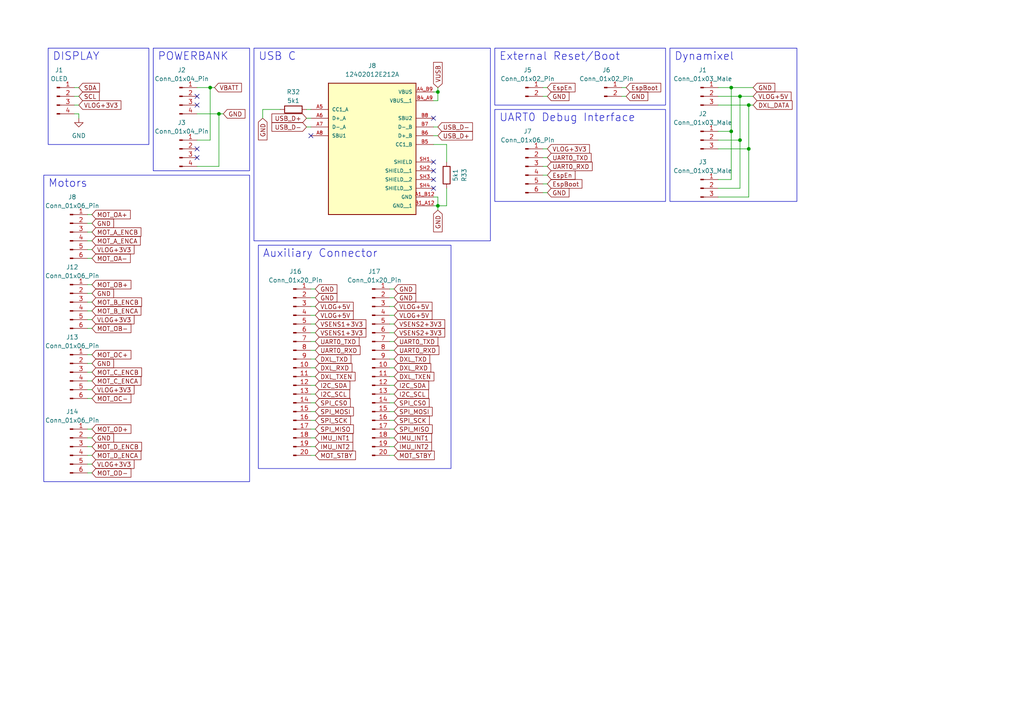
<source format=kicad_sch>
(kicad_sch (version 20230121) (generator eeschema)
  (paper "A4")
  (lib_symbols
    (symbol "12402012E212A:12402012E212A" (pin_names (offset 1.016))
      (property "Reference" "J" (at -12.7 13.462 0))
      (property "Value" "12402012E212A" (at -12.7 -26.162 0))
      (symbol "12402012E212A_0_0"
        (rectangle (start -12.7 -25.4) (end 12.7 12.7) (stroke (width 0.254)) (fill (type background)))
        (pin power_in line (at 17.78 -20.32 180) (length 5.08) (name "GND") (number "A1_B12"))
        (pin power_in line (at 17.78 10.16 180) (length 5.08) (name "VBUS") (number "A4_B9"))
        (pin bidirectional line (at -17.78 5.08 0) (length 5.08) (name "CC1_A") (number "A5"))
        (pin bidirectional line (at -17.78 2.54 0) (length 5.08) (name "D+_A") (number "A6"))
        (pin bidirectional line (at -17.78 0 0) (length 5.08) (name "D-_A") (number "A7"))
        (pin bidirectional line (at -17.78 -2.54 0) (length 5.08) (name "SBU1") (number "A8"))
        (pin power_in line (at 17.78 -22.86 180) (length 5.08) (name "GND__1") (number "B1_A12"))
        (pin power_in line (at 17.78 7.62 180) (length 5.08) (name "VBUS__1") (number "B4_A9"))
        (pin bidirectional line (at 17.78 -5.08 180) (length 5.08) (name "CC1_B") (number "B5"))
        (pin bidirectional line (at 17.78 -2.54 180) (length 5.08) (name "D+_B") (number "B6"))
        (pin bidirectional line (at 17.78 0 180) (length 5.08) (name "D-_B") (number "B7"))
        (pin bidirectional line (at 17.78 2.54 180) (length 5.08) (name "SBU2") (number "B8"))
        (pin passive line (at 17.78 -10.16 180) (length 5.08) (name "SHIELD") (number "SH1"))
        (pin passive line (at 17.78 -12.7 180) (length 5.08) (name "SHIELD__1") (number "SH2"))
        (pin passive line (at 17.78 -15.24 180) (length 5.08) (name "SHIELD__2") (number "SH3"))
        (pin passive line (at 17.78 -17.78 180) (length 5.08) (name "SHIELD__3") (number "SH4"))
      )
    )
    (symbol "Connector:Conn_01x02_Pin" (pin_names (offset 1.016) hide)
      (property "Reference" "J" (at 0 2.54 0))
      (property "Value" "Conn_01x02_Pin" (at 0 -5.08 0))
      (symbol "Conn_01x02_Pin_1_1"
        (polyline (pts (xy 1.27 -2.54) (xy 0.8636 -2.54)) (stroke (width 0.1524)))
        (polyline (pts (xy 1.27 0) (xy 0.8636 0)) (stroke (width 0.1524)))
        (rectangle (start 0.8636 -2.413) (end 0 -2.667) (stroke (width 0.1524)) (fill (type outline)))
        (rectangle (start 0.8636 0.127) (end 0 -0.127) (stroke (width 0.1524)) (fill (type outline)))
        (pin passive line (at 5.08 0 180) (length 3.81) (name "Pin_1") (number "1"))
        (pin passive line (at 5.08 -2.54 180) (length 3.81) (name "Pin_2") (number "2"))
      )
    )
    (symbol "Connector:Conn_01x03_Male" (pin_names (offset 1.016) hide)
      (property "Reference" "J" (at 0 5.08 0))
      (property "Value" "Conn_01x03_Male" (at 0 -5.08 0))
      (symbol "Conn_01x03_Male_1_1"
        (polyline (pts (xy 1.27 -2.54) (xy 0.8636 -2.54)) (stroke (width 0.1524)))
        (polyline (pts (xy 1.27 0) (xy 0.8636 0)) (stroke (width 0.1524)))
        (polyline (pts (xy 1.27 2.54) (xy 0.8636 2.54)) (stroke (width 0.1524)))
        (rectangle (start 0.8636 -2.413) (end 0 -2.667) (stroke (width 0.1524)) (fill (type outline)))
        (rectangle (start 0.8636 0.127) (end 0 -0.127) (stroke (width 0.1524)) (fill (type outline)))
        (rectangle (start 0.8636 2.667) (end 0 2.413) (stroke (width 0.1524)) (fill (type outline)))
        (pin passive line (at 5.08 2.54 180) (length 3.81) (name "Pin_1") (number "1"))
        (pin passive line (at 5.08 0 180) (length 3.81) (name "Pin_2") (number "2"))
        (pin passive line (at 5.08 -2.54 180) (length 3.81) (name "Pin_3") (number "3"))
      )
    )
    (symbol "Connector:Conn_01x04_Pin" (pin_names (offset 1.016) hide)
      (property "Reference" "J" (at 0 5.08 0))
      (property "Value" "Conn_01x04_Pin" (at 0 -7.62 0))
      (symbol "Conn_01x04_Pin_1_1"
        (polyline (pts (xy 1.27 -5.08) (xy 0.8636 -5.08)) (stroke (width 0.1524)))
        (polyline (pts (xy 1.27 -2.54) (xy 0.8636 -2.54)) (stroke (width 0.1524)))
        (polyline (pts (xy 1.27 0) (xy 0.8636 0)) (stroke (width 0.1524)))
        (polyline (pts (xy 1.27 2.54) (xy 0.8636 2.54)) (stroke (width 0.1524)))
        (rectangle (start 0.8636 -4.953) (end 0 -5.207) (stroke (width 0.1524)) (fill (type outline)))
        (rectangle (start 0.8636 -2.413) (end 0 -2.667) (stroke (width 0.1524)) (fill (type outline)))
        (rectangle (start 0.8636 0.127) (end 0 -0.127) (stroke (width 0.1524)) (fill (type outline)))
        (rectangle (start 0.8636 2.667) (end 0 2.413) (stroke (width 0.1524)) (fill (type outline)))
        (pin passive line (at 5.08 2.54 180) (length 3.81) (name "Pin_1") (number "1"))
        (pin passive line (at 5.08 0 180) (length 3.81) (name "Pin_2") (number "2"))
        (pin passive line (at 5.08 -2.54 180) (length 3.81) (name "Pin_3") (number "3"))
        (pin passive line (at 5.08 -5.08 180) (length 3.81) (name "Pin_4") (number "4"))
      )
    )
    (symbol "Connector:Conn_01x06_Pin" (pin_names (offset 1.016) hide)
      (property "Reference" "J" (at 0 7.62 0))
      (property "Value" "Conn_01x06_Pin" (at 0 -10.16 0))
      (symbol "Conn_01x06_Pin_1_1"
        (polyline (pts (xy 1.27 -7.62) (xy 0.8636 -7.62)) (stroke (width 0.1524)))
        (polyline (pts (xy 1.27 -5.08) (xy 0.8636 -5.08)) (stroke (width 0.1524)))
        (polyline (pts (xy 1.27 -2.54) (xy 0.8636 -2.54)) (stroke (width 0.1524)))
        (polyline (pts (xy 1.27 0) (xy 0.8636 0)) (stroke (width 0.1524)))
        (polyline (pts (xy 1.27 2.54) (xy 0.8636 2.54)) (stroke (width 0.1524)))
        (polyline (pts (xy 1.27 5.08) (xy 0.8636 5.08)) (stroke (width 0.1524)))
        (rectangle (start 0.8636 -7.493) (end 0 -7.747) (stroke (width 0.1524)) (fill (type outline)))
        (rectangle (start 0.8636 -4.953) (end 0 -5.207) (stroke (width 0.1524)) (fill (type outline)))
        (rectangle (start 0.8636 -2.413) (end 0 -2.667) (stroke (width 0.1524)) (fill (type outline)))
        (rectangle (start 0.8636 0.127) (end 0 -0.127) (stroke (width 0.1524)) (fill (type outline)))
        (rectangle (start 0.8636 2.667) (end 0 2.413) (stroke (width 0.1524)) (fill (type outline)))
        (rectangle (start 0.8636 5.207) (end 0 4.953) (stroke (width 0.1524)) (fill (type outline)))
        (pin passive line (at 5.08 5.08 180) (length 3.81) (name "Pin_1") (number "1"))
        (pin passive line (at 5.08 2.54 180) (length 3.81) (name "Pin_2") (number "2"))
        (pin passive line (at 5.08 0 180) (length 3.81) (name "Pin_3") (number "3"))
        (pin passive line (at 5.08 -2.54 180) (length 3.81) (name "Pin_4") (number "4"))
        (pin passive line (at 5.08 -5.08 180) (length 3.81) (name "Pin_5") (number "5"))
        (pin passive line (at 5.08 -7.62 180) (length 3.81) (name "Pin_6") (number "6"))
      )
    )
    (symbol "Connector:Conn_01x20_Pin" (pin_names (offset 1.016) hide)
      (property "Reference" "J" (at 0 25.4 0))
      (property "Value" "Conn_01x20_Pin" (at 0 -27.94 0))
      (symbol "Conn_01x20_Pin_1_1"
        (polyline (pts (xy 1.27 -25.4) (xy 0.8636 -25.4)) (stroke (width 0.1524)))
        (polyline (pts (xy 1.27 -22.86) (xy 0.8636 -22.86)) (stroke (width 0.1524)))
        (polyline (pts (xy 1.27 -20.32) (xy 0.8636 -20.32)) (stroke (width 0.1524)))
        (polyline (pts (xy 1.27 -17.78) (xy 0.8636 -17.78)) (stroke (width 0.1524)))
        (polyline (pts (xy 1.27 -15.24) (xy 0.8636 -15.24)) (stroke (width 0.1524)))
        (polyline (pts (xy 1.27 -12.7) (xy 0.8636 -12.7)) (stroke (width 0.1524)))
        (polyline (pts (xy 1.27 -10.16) (xy 0.8636 -10.16)) (stroke (width 0.1524)))
        (polyline (pts (xy 1.27 -7.62) (xy 0.8636 -7.62)) (stroke (width 0.1524)))
        (polyline (pts (xy 1.27 -5.08) (xy 0.8636 -5.08)) (stroke (width 0.1524)))
        (polyline (pts (xy 1.27 -2.54) (xy 0.8636 -2.54)) (stroke (width 0.1524)))
        (polyline (pts (xy 1.27 0) (xy 0.8636 0)) (stroke (width 0.1524)))
        (polyline (pts (xy 1.27 2.54) (xy 0.8636 2.54)) (stroke (width 0.1524)))
        (polyline (pts (xy 1.27 5.08) (xy 0.8636 5.08)) (stroke (width 0.1524)))
        (polyline (pts (xy 1.27 7.62) (xy 0.8636 7.62)) (stroke (width 0.1524)))
        (polyline (pts (xy 1.27 10.16) (xy 0.8636 10.16)) (stroke (width 0.1524)))
        (polyline (pts (xy 1.27 12.7) (xy 0.8636 12.7)) (stroke (width 0.1524)))
        (polyline (pts (xy 1.27 15.24) (xy 0.8636 15.24)) (stroke (width 0.1524)))
        (polyline (pts (xy 1.27 17.78) (xy 0.8636 17.78)) (stroke (width 0.1524)))
        (polyline (pts (xy 1.27 20.32) (xy 0.8636 20.32)) (stroke (width 0.1524)))
        (polyline (pts (xy 1.27 22.86) (xy 0.8636 22.86)) (stroke (width 0.1524)))
        (rectangle (start 0.8636 -25.273) (end 0 -25.527) (stroke (width 0.1524)) (fill (type outline)))
        (rectangle (start 0.8636 -22.733) (end 0 -22.987) (stroke (width 0.1524)) (fill (type outline)))
        (rectangle (start 0.8636 -20.193) (end 0 -20.447) (stroke (width 0.1524)) (fill (type outline)))
        (rectangle (start 0.8636 -17.653) (end 0 -17.907) (stroke (width 0.1524)) (fill (type outline)))
        (rectangle (start 0.8636 -15.113) (end 0 -15.367) (stroke (width 0.1524)) (fill (type outline)))
        (rectangle (start 0.8636 -12.573) (end 0 -12.827) (stroke (width 0.1524)) (fill (type outline)))
        (rectangle (start 0.8636 -10.033) (end 0 -10.287) (stroke (width 0.1524)) (fill (type outline)))
        (rectangle (start 0.8636 -7.493) (end 0 -7.747) (stroke (width 0.1524)) (fill (type outline)))
        (rectangle (start 0.8636 -4.953) (end 0 -5.207) (stroke (width 0.1524)) (fill (type outline)))
        (rectangle (start 0.8636 -2.413) (end 0 -2.667) (stroke (width 0.1524)) (fill (type outline)))
        (rectangle (start 0.8636 0.127) (end 0 -0.127) (stroke (width 0.1524)) (fill (type outline)))
        (rectangle (start 0.8636 2.667) (end 0 2.413) (stroke (width 0.1524)) (fill (type outline)))
        (rectangle (start 0.8636 5.207) (end 0 4.953) (stroke (width 0.1524)) (fill (type outline)))
        (rectangle (start 0.8636 7.747) (end 0 7.493) (stroke (width 0.1524)) (fill (type outline)))
        (rectangle (start 0.8636 10.287) (end 0 10.033) (stroke (width 0.1524)) (fill (type outline)))
        (rectangle (start 0.8636 12.827) (end 0 12.573) (stroke (width 0.1524)) (fill (type outline)))
        (rectangle (start 0.8636 15.367) (end 0 15.113) (stroke (width 0.1524)) (fill (type outline)))
        (rectangle (start 0.8636 17.907) (end 0 17.653) (stroke (width 0.1524)) (fill (type outline)))
        (rectangle (start 0.8636 20.447) (end 0 20.193) (stroke (width 0.1524)) (fill (type outline)))
        (rectangle (start 0.8636 22.987) (end 0 22.733) (stroke (width 0.1524)) (fill (type outline)))
        (pin passive line (at 5.08 22.86 180) (length 3.81) (name "Pin_1") (number "1"))
        (pin passive line (at 5.08 0 180) (length 3.81) (name "Pin_10") (number "10"))
        (pin passive line (at 5.08 -2.54 180) (length 3.81) (name "Pin_11") (number "11"))
        (pin passive line (at 5.08 -5.08 180) (length 3.81) (name "Pin_12") (number "12"))
        (pin passive line (at 5.08 -7.62 180) (length 3.81) (name "Pin_13") (number "13"))
        (pin passive line (at 5.08 -10.16 180) (length 3.81) (name "Pin_14") (number "14"))
        (pin passive line (at 5.08 -12.7 180) (length 3.81) (name "Pin_15") (number "15"))
        (pin passive line (at 5.08 -15.24 180) (length 3.81) (name "Pin_16") (number "16"))
        (pin passive line (at 5.08 -17.78 180) (length 3.81) (name "Pin_17") (number "17"))
        (pin passive line (at 5.08 -20.32 180) (length 3.81) (name "Pin_18") (number "18"))
        (pin passive line (at 5.08 -22.86 180) (length 3.81) (name "Pin_19") (number "19"))
        (pin passive line (at 5.08 20.32 180) (length 3.81) (name "Pin_2") (number "2"))
        (pin passive line (at 5.08 -25.4 180) (length 3.81) (name "Pin_20") (number "20"))
        (pin passive line (at 5.08 17.78 180) (length 3.81) (name "Pin_3") (number "3"))
        (pin passive line (at 5.08 15.24 180) (length 3.81) (name "Pin_4") (number "4"))
        (pin passive line (at 5.08 12.7 180) (length 3.81) (name "Pin_5") (number "5"))
        (pin passive line (at 5.08 10.16 180) (length 3.81) (name "Pin_6") (number "6"))
        (pin passive line (at 5.08 7.62 180) (length 3.81) (name "Pin_7") (number "7"))
        (pin passive line (at 5.08 5.08 180) (length 3.81) (name "Pin_8") (number "8"))
        (pin passive line (at 5.08 2.54 180) (length 3.81) (name "Pin_9") (number "9"))
      )
    )
    (symbol "Device:R" (pin_numbers hide) (pin_names (offset 0))
      (property "Reference" "R" (at 2.032 0 90))
      (property "Value" "R" (at 0 0 90))
      (symbol "R_0_1"
        (rectangle (start -1.016 -2.54) (end 1.016 2.54) (stroke (width 0.254)))
      )
      (symbol "R_1_1"
        (pin passive line (at 0 3.81 270) (length 1.27) (name "~") (number "1"))
        (pin passive line (at 0 -3.81 90) (length 1.27) (name "~") (number "2"))
      )
    )
    (symbol "power:GND" (power) (pin_names (offset 0))
      (property "Value" "GND" (at 0 -3.81 0))
      (symbol "GND_0_1"
        (polyline (pts (xy 0 0) (xy 0 -1.27) (xy 1.27 -1.27) (xy 0 -2.54) (xy -1.27 -1.27) (xy 0 -1.27)))
      )
      (symbol "GND_1_1"
        (pin power_in line (at 0 0 270) (length 0) hide (name "GND") (number "1"))
      )
    )
  )
  (junction (at 127 59.69))
  (junction (at 217.17 30.48))
  (junction (at 60.96 25.4))
  (junction (at 214.63 27.94))
  (junction (at 127 26.67))
  (junction (at 63.5 33.02))
  (junction (at 214.63 40.64))
  (junction (at 217.17 43.18))
  (junction (at 212.09 38.1))
  (junction (at 212.09 25.4))
  (no_connect (at 57.15 43.18))
  (no_connect (at 125.73 52.07))
  (no_connect (at 57.15 27.94))
  (no_connect (at 57.15 30.48))
  (no_connect (at 125.73 34.29))
  (no_connect (at 125.73 46.99))
  (no_connect (at 125.73 54.61))
  (no_connect (at 90.17 39.37))
  (no_connect (at 57.15 45.72))
  (no_connect (at 125.73 49.53))
  (wire (pts (xy 91.44 96.52) (xy 90.17 96.52)))
  (wire (pts (xy 114.3 129.54) (xy 113.03 129.54)))
  (wire (pts (xy 22.86 33.02) (xy 22.86 34.29)))
  (wire (pts (xy 158.75 45.72) (xy 157.48 45.72)))
  (wire (pts (xy 114.3 86.36) (xy 113.03 86.36)))
  (wire (pts (xy 91.44 93.98) (xy 90.17 93.98)))
  (wire (pts (xy 114.3 119.38) (xy 113.03 119.38)))
  (wire (pts (xy 91.44 121.92) (xy 90.17 121.92)))
  (wire (pts (xy 127 59.69) (xy 127 60.96)))
  (wire (pts (xy 129.54 59.69) (xy 127 59.69)))
  (wire (pts (xy 214.63 40.64) (xy 214.63 27.94)))
  (wire (pts (xy 91.44 86.36) (xy 90.17 86.36)))
  (wire (pts (xy 21.59 30.48) (xy 22.86 30.48)))
  (wire (pts (xy 158.75 48.26) (xy 157.48 48.26)))
  (wire (pts (xy 26.67 67.31) (xy 25.4 67.31)))
  (wire (pts (xy 57.15 33.02) (xy 63.5 33.02)))
  (wire (pts (xy 129.54 41.91) (xy 129.54 46.99)))
  (wire (pts (xy 26.67 137.16) (xy 25.4 137.16)))
  (wire (pts (xy 63.5 48.26) (xy 63.5 33.02)))
  (wire (pts (xy 26.67 129.54) (xy 25.4 129.54)))
  (wire (pts (xy 127 57.15) (xy 127 59.69)))
  (wire (pts (xy 114.3 93.98) (xy 113.03 93.98)))
  (wire (pts (xy 212.09 25.4) (xy 212.09 38.1)))
  (wire (pts (xy 129.54 54.61) (xy 129.54 59.69)))
  (wire (pts (xy 26.67 85.09) (xy 25.4 85.09)))
  (wire (pts (xy 26.67 107.95) (xy 25.4 107.95)))
  (wire (pts (xy 212.09 38.1) (xy 212.09 52.07)))
  (wire (pts (xy 57.15 48.26) (xy 63.5 48.26)))
  (wire (pts (xy 21.59 25.4) (xy 22.86 25.4)))
  (wire (pts (xy 114.3 106.68) (xy 113.03 106.68)))
  (wire (pts (xy 60.96 40.64) (xy 60.96 25.4)))
  (wire (pts (xy 26.67 87.63) (xy 25.4 87.63)))
  (wire (pts (xy 127 26.67) (xy 127 25.4)))
  (wire (pts (xy 63.5 33.02) (xy 64.77 33.02)))
  (wire (pts (xy 127 39.37) (xy 125.73 39.37)))
  (wire (pts (xy 60.96 25.4) (xy 62.23 25.4)))
  (wire (pts (xy 114.3 88.9) (xy 113.03 88.9)))
  (wire (pts (xy 91.44 132.08) (xy 90.17 132.08)))
  (wire (pts (xy 217.17 57.15) (xy 217.17 43.18)))
  (wire (pts (xy 26.67 115.57) (xy 25.4 115.57)))
  (wire (pts (xy 127 36.83) (xy 125.73 36.83)))
  (wire (pts (xy 26.67 69.85) (xy 25.4 69.85)))
  (wire (pts (xy 91.44 88.9) (xy 90.17 88.9)))
  (wire (pts (xy 158.75 25.4) (xy 157.48 25.4)))
  (wire (pts (xy 208.28 38.1) (xy 212.09 38.1)))
  (wire (pts (xy 208.28 30.48) (xy 217.17 30.48)))
  (wire (pts (xy 91.44 129.54) (xy 90.17 129.54)))
  (wire (pts (xy 76.2 31.75) (xy 76.2 34.29)))
  (wire (pts (xy 181.61 27.94) (xy 180.34 27.94)))
  (wire (pts (xy 26.67 105.41) (xy 25.4 105.41)))
  (wire (pts (xy 114.3 91.44) (xy 113.03 91.44)))
  (wire (pts (xy 114.3 114.3) (xy 113.03 114.3)))
  (wire (pts (xy 91.44 83.82) (xy 90.17 83.82)))
  (wire (pts (xy 208.28 40.64) (xy 214.63 40.64)))
  (wire (pts (xy 91.44 106.68) (xy 90.17 106.68)))
  (wire (pts (xy 88.9 31.75) (xy 90.17 31.75)))
  (wire (pts (xy 57.15 25.4) (xy 60.96 25.4)))
  (wire (pts (xy 158.75 43.18) (xy 157.48 43.18)))
  (wire (pts (xy 91.44 114.3) (xy 90.17 114.3)))
  (wire (pts (xy 81.28 31.75) (xy 76.2 31.75)))
  (wire (pts (xy 26.67 102.87) (xy 25.4 102.87)))
  (wire (pts (xy 125.73 59.69) (xy 127 59.69)))
  (wire (pts (xy 26.67 110.49) (xy 25.4 110.49)))
  (wire (pts (xy 26.67 132.08) (xy 25.4 132.08)))
  (wire (pts (xy 114.3 121.92) (xy 113.03 121.92)))
  (wire (pts (xy 208.28 27.94) (xy 214.63 27.94)))
  (wire (pts (xy 91.44 101.6) (xy 90.17 101.6)))
  (wire (pts (xy 125.73 26.67) (xy 127 26.67)))
  (wire (pts (xy 208.28 52.07) (xy 212.09 52.07)))
  (wire (pts (xy 26.67 127) (xy 25.4 127)))
  (wire (pts (xy 26.67 72.39) (xy 25.4 72.39)))
  (wire (pts (xy 88.9 34.29) (xy 90.17 34.29)))
  (wire (pts (xy 181.61 25.4) (xy 180.34 25.4)))
  (wire (pts (xy 114.3 111.76) (xy 113.03 111.76)))
  (wire (pts (xy 26.67 82.55) (xy 25.4 82.55)))
  (wire (pts (xy 217.17 30.48) (xy 217.17 43.18)))
  (wire (pts (xy 26.67 113.03) (xy 25.4 113.03)))
  (wire (pts (xy 26.67 95.25) (xy 25.4 95.25)))
  (wire (pts (xy 21.59 27.94) (xy 22.86 27.94)))
  (wire (pts (xy 158.75 27.94) (xy 157.48 27.94)))
  (wire (pts (xy 114.3 96.52) (xy 113.03 96.52)))
  (wire (pts (xy 114.3 101.6) (xy 113.03 101.6)))
  (wire (pts (xy 214.63 54.61) (xy 214.63 40.64)))
  (wire (pts (xy 212.09 25.4) (xy 218.44 25.4)))
  (wire (pts (xy 125.73 41.91) (xy 129.54 41.91)))
  (wire (pts (xy 91.44 127) (xy 90.17 127)))
  (wire (pts (xy 208.28 57.15) (xy 217.17 57.15)))
  (wire (pts (xy 125.73 57.15) (xy 127 57.15)))
  (wire (pts (xy 114.3 109.22) (xy 113.03 109.22)))
  (wire (pts (xy 91.44 109.22) (xy 90.17 109.22)))
  (wire (pts (xy 57.15 40.64) (xy 60.96 40.64)))
  (wire (pts (xy 91.44 99.06) (xy 90.17 99.06)))
  (wire (pts (xy 158.75 55.88) (xy 157.48 55.88)))
  (wire (pts (xy 91.44 124.46) (xy 90.17 124.46)))
  (wire (pts (xy 114.3 104.14) (xy 113.03 104.14)))
  (wire (pts (xy 26.67 92.71) (xy 25.4 92.71)))
  (wire (pts (xy 26.67 74.93) (xy 25.4 74.93)))
  (wire (pts (xy 26.67 134.62) (xy 25.4 134.62)))
  (wire (pts (xy 158.75 53.34) (xy 157.48 53.34)))
  (wire (pts (xy 91.44 116.84) (xy 90.17 116.84)))
  (wire (pts (xy 218.44 27.94) (xy 214.63 27.94)))
  (wire (pts (xy 208.28 25.4) (xy 212.09 25.4)))
  (wire (pts (xy 114.3 83.82) (xy 113.03 83.82)))
  (wire (pts (xy 91.44 104.14) (xy 90.17 104.14)))
  (wire (pts (xy 88.9 36.83) (xy 90.17 36.83)))
  (wire (pts (xy 208.28 54.61) (xy 214.63 54.61)))
  (wire (pts (xy 114.3 99.06) (xy 113.03 99.06)))
  (wire (pts (xy 114.3 132.08) (xy 113.03 132.08)))
  (wire (pts (xy 91.44 119.38) (xy 90.17 119.38)))
  (wire (pts (xy 21.59 33.02) (xy 22.86 33.02)))
  (wire (pts (xy 127 29.21) (xy 127 26.67)))
  (wire (pts (xy 125.73 29.21) (xy 127 29.21)))
  (wire (pts (xy 217.17 30.48) (xy 218.44 30.48)))
  (wire (pts (xy 91.44 111.76) (xy 90.17 111.76)))
  (wire (pts (xy 114.3 124.46) (xy 113.03 124.46)))
  (wire (pts (xy 26.67 90.17) (xy 25.4 90.17)))
  (wire (pts (xy 158.75 50.8) (xy 157.48 50.8)))
  (wire (pts (xy 114.3 127) (xy 113.03 127)))
  (wire (pts (xy 26.67 62.23) (xy 25.4 62.23)))
  (wire (pts (xy 208.28 43.18) (xy 217.17 43.18)))
  (wire (pts (xy 26.67 64.77) (xy 25.4 64.77)))
  (wire (pts (xy 114.3 116.84) (xy 113.03 116.84)))
  (wire (pts (xy 26.67 124.46) (xy 25.4 124.46)))
  (wire (pts (xy 91.44 91.44) (xy 90.17 91.44)))
  (rectangle (start 143.51 31.75) (end 193.04 58.42))
  (rectangle (start 13.97 13.97) (end 43.18 41.91))
  (rectangle (start 73.66 13.97) (end 142.24 69.85))
  (rectangle (start 74.93 71.12) (end 130.81 135.89))
  (rectangle (start 143.51 13.97) (end 193.04 30.48))
  (rectangle (start 44.45 13.97) (end 72.39 49.53))
  (rectangle (start 12.7 50.8) (end 72.39 139.7))
  (rectangle (start 194.31 13.97) (end 231.14 58.42))
  (text "DISPLAY" (at 15.24 17.78 0) (effects (font (size 2.27 2.27)) (justify left bottom)))
  (text "UART0 Debug Interface" (at 144.78 35.56 0) (effects (font (size 2.27 2.27)) (justify left bottom)))
  (text "POWERBANK\n" (at 45.72 17.78 0) (effects (font (size 2.27 2.27)) (justify left bottom)))
  (text "Auxiliary Connector" (at 76.2 74.93 0) (effects (font (size 2.27 2.27)) (justify left bottom)))
  (text "Motors" (at 13.97 54.61 0) (effects (font (size 2.27 2.27)) (justify left bottom)))
  (text "Dynamixel" (at 195.58 17.78 0) (effects (font (size 2.27 2.27)) (justify left bottom)))
  (text "External Reset/Boot" (at 144.78 17.78 0) (effects (font (size 2.27 2.27)) (justify left bottom)))
  (text "USB C\n" (at 74.93 17.78 0) (effects (font (size 2.27 2.27)) (justify left bottom)))
  (global_label "MOT_STBY" (shape input) (at 114.3 132.08 0) (property "Intersheetrefs" "${INTERSHEET_REFS}" (effects hide)))
  (global_label "EspEn" (shape input) (at 158.75 25.4 0) (property "Intersheetrefs" "${INTERSHEET_REFS}" (effects hide)))
  (global_label "VSENS2+3V3" (shape input) (at 114.3 93.98 0) (property "Intersheetrefs" "${INTERSHEET_REFS}" (effects hide)))
  (global_label "IMU_INT2" (shape input) (at 91.44 129.54 0) (property "Intersheetrefs" "${INTERSHEET_REFS}" (effects hide)))
  (global_label "VLOG+5V" (shape input) (at 218.44 27.94 0) (property "Intersheetrefs" "${INTERSHEET_REFS}" (effects hide)))
  (global_label "MOT_OB-" (shape input) (at 26.67 95.25 0) (property "Intersheetrefs" "${INTERSHEET_REFS}" (effects hide)))
  (global_label "GND" (shape input) (at 76.2 34.29 270) (property "Intersheetrefs" "${INTERSHEET_REFS}" (effects hide)))
  (global_label "VSENS2+3V3" (shape input) (at 114.3 96.52 0) (property "Intersheetrefs" "${INTERSHEET_REFS}" (effects hide)))
  (global_label "GND" (shape input) (at 127 60.96 270) (property "Intersheetrefs" "${INTERSHEET_REFS}" (effects hide)))
  (global_label "MOT_OA+" (shape input) (at 26.67 62.23 0) (property "Intersheetrefs" "${INTERSHEET_REFS}" (effects hide)))
  (global_label "SPI_CS0" (shape input) (at 91.44 116.84 0) (property "Intersheetrefs" "${INTERSHEET_REFS}" (effects hide)))
  (global_label "VLOG+3V3" (shape input) (at 158.75 43.18 0) (property "Intersheetrefs" "${INTERSHEET_REFS}" (effects hide)))
  (global_label "I2C_SCL" (shape input) (at 114.3 114.3 0) (property "Intersheetrefs" "${INTERSHEET_REFS}" (effects hide)))
  (global_label "GND" (shape input) (at 26.67 105.41 0) (property "Intersheetrefs" "${INTERSHEET_REFS}" (effects hide)))
  (global_label "UART0_TXD" (shape input) (at 91.44 99.06 0) (property "Intersheetrefs" "${INTERSHEET_REFS}" (effects hide)))
  (global_label "VBATT" (shape input) (at 62.23 25.4 0) (property "Intersheetrefs" "${INTERSHEET_REFS}" (effects hide)))
  (global_label "EspBoot" (shape input) (at 158.75 53.34 0) (property "Intersheetrefs" "${INTERSHEET_REFS}" (effects hide)))
  (global_label "DXL_TXEN" (shape input) (at 91.44 109.22 0) (property "Intersheetrefs" "${INTERSHEET_REFS}" (effects hide)))
  (global_label "MOT_B_ENCA" (shape input) (at 26.67 90.17 0) (property "Intersheetrefs" "${INTERSHEET_REFS}" (effects hide)))
  (global_label "MOT_OA-" (shape input) (at 26.67 74.93 0) (property "Intersheetrefs" "${INTERSHEET_REFS}" (effects hide)))
  (global_label "EspEn" (shape input) (at 158.75 50.8 0) (property "Intersheetrefs" "${INTERSHEET_REFS}" (effects hide)))
  (global_label "MOT_OC-" (shape input) (at 26.67 115.57 0) (property "Intersheetrefs" "${INTERSHEET_REFS}" (effects hide)))
  (global_label "MOT_B_ENCB" (shape input) (at 26.67 87.63 0) (property "Intersheetrefs" "${INTERSHEET_REFS}" (effects hide)))
  (global_label "SPI_CS0" (shape input) (at 114.3 116.84 0) (property "Intersheetrefs" "${INTERSHEET_REFS}" (effects hide)))
  (global_label "MOT_OD-" (shape input) (at 26.67 137.16 0) (property "Intersheetrefs" "${INTERSHEET_REFS}" (effects hide)))
  (global_label "VSENS1+3V3" (shape input) (at 91.44 96.52 0) (property "Intersheetrefs" "${INTERSHEET_REFS}" (effects hide)))
  (global_label "GND" (shape input) (at 181.61 27.94 0) (property "Intersheetrefs" "${INTERSHEET_REFS}" (effects hide)))
  (global_label "SPI_MISO" (shape input) (at 91.44 124.46 0) (property "Intersheetrefs" "${INTERSHEET_REFS}" (effects hide)))
  (global_label "USB_D+" (shape input) (at 127 39.37 0) (property "Intersheetrefs" "${INTERSHEET_REFS}" (effects hide)))
  (global_label "IMU_INT2" (shape input) (at 114.3 129.54 0) (property "Intersheetrefs" "${INTERSHEET_REFS}" (effects hide)))
  (global_label "MOT_C_ENCA" (shape input) (at 26.67 110.49 0) (property "Intersheetrefs" "${INTERSHEET_REFS}" (effects hide)))
  (global_label "VLOG+5V" (shape input) (at 114.3 88.9 0) (property "Intersheetrefs" "${INTERSHEET_REFS}" (effects hide)))
  (global_label "DXL_RXD" (shape input) (at 114.3 106.68 0) (property "Intersheetrefs" "${INTERSHEET_REFS}" (effects hide)))
  (global_label "GND" (shape input) (at 26.67 85.09 0) (property "Intersheetrefs" "${INTERSHEET_REFS}" (effects hide)))
  (global_label "MOT_STBY" (shape input) (at 91.44 132.08 0) (property "Intersheetrefs" "${INTERSHEET_REFS}" (effects hide)))
  (global_label "GND" (shape input) (at 114.3 83.82 0) (property "Intersheetrefs" "${INTERSHEET_REFS}" (effects hide)))
  (global_label "GND" (shape input) (at 26.67 64.77 0) (property "Intersheetrefs" "${INTERSHEET_REFS}" (effects hide)))
  (global_label "DXL_TXD" (shape input) (at 91.44 104.14 0) (property "Intersheetrefs" "${INTERSHEET_REFS}" (effects hide)))
  (global_label "MOT_D_ENCA" (shape input) (at 26.67 132.08 0) (property "Intersheetrefs" "${INTERSHEET_REFS}" (effects hide)))
  (global_label "VUSB" (shape input) (at 127 25.4 90) (property "Intersheetrefs" "${INTERSHEET_REFS}" (effects hide)))
  (global_label "VLOG+3V3" (shape input) (at 26.67 92.71 0) (property "Intersheetrefs" "${INTERSHEET_REFS}" (effects hide)))
  (global_label "GND" (shape input) (at 158.75 27.94 0) (property "Intersheetrefs" "${INTERSHEET_REFS}" (effects hide)))
  (global_label "GND" (shape input) (at 218.44 25.4 0) (property "Intersheetrefs" "${INTERSHEET_REFS}" (effects hide)))
  (global_label "VLOG+5V" (shape input) (at 114.3 91.44 0) (property "Intersheetrefs" "${INTERSHEET_REFS}" (effects hide)))
  (global_label "VLOG+3V3" (shape input) (at 26.67 72.39 0) (property "Intersheetrefs" "${INTERSHEET_REFS}" (effects hide)))
  (global_label "MOT_C_ENCB" (shape input) (at 26.67 107.95 0) (property "Intersheetrefs" "${INTERSHEET_REFS}" (effects hide)))
  (global_label "MOT_A_ENCB" (shape input) (at 26.67 67.31 0) (property "Intersheetrefs" "${INTERSHEET_REFS}" (effects hide)))
  (global_label "GND" (shape input) (at 64.77 33.02 0) (property "Intersheetrefs" "${INTERSHEET_REFS}" (effects hide)))
  (global_label "I2C_SCL" (shape input) (at 91.44 114.3 0) (property "Intersheetrefs" "${INTERSHEET_REFS}" (effects hide)))
  (global_label "DXL_TXEN" (shape input) (at 114.3 109.22 0) (property "Intersheetrefs" "${INTERSHEET_REFS}" (effects hide)))
  (global_label "GND" (shape input) (at 91.44 83.82 0) (property "Intersheetrefs" "${INTERSHEET_REFS}" (effects hide)))
  (global_label "VSENS1+3V3" (shape input) (at 91.44 93.98 0) (property "Intersheetrefs" "${INTERSHEET_REFS}" (effects hide)))
  (global_label "DXL_TXD" (shape input) (at 114.3 104.14 0) (property "Intersheetrefs" "${INTERSHEET_REFS}" (effects hide)))
  (global_label "USB_D-" (shape input) (at 88.9 36.83 180) (property "Intersheetrefs" "${INTERSHEET_REFS}" (effects hide)))
  (global_label "GND" (shape input) (at 26.67 127 0) (property "Intersheetrefs" "${INTERSHEET_REFS}" (effects hide)))
  (global_label "I2C_SDA" (shape input) (at 91.44 111.76 0) (property "Intersheetrefs" "${INTERSHEET_REFS}" (effects hide)))
  (global_label "VLOG+5V" (shape input) (at 91.44 91.44 0) (property "Intersheetrefs" "${INTERSHEET_REFS}" (effects hide)))
  (global_label "UART0_RXD" (shape input) (at 114.3 101.6 0) (property "Intersheetrefs" "${INTERSHEET_REFS}" (effects hide)))
  (global_label "SPI_MOSI" (shape input) (at 114.3 119.38 0) (property "Intersheetrefs" "${INTERSHEET_REFS}" (effects hide)))
  (global_label "GND" (shape input) (at 91.44 86.36 0) (property "Intersheetrefs" "${INTERSHEET_REFS}" (effects hide)))
  (global_label "UART0_RXD" (shape input) (at 158.75 48.26 0) (property "Intersheetrefs" "${INTERSHEET_REFS}" (effects hide)))
  (global_label "MOT_D_ENCB" (shape input) (at 26.67 129.54 0) (property "Intersheetrefs" "${INTERSHEET_REFS}" (effects hide)))
  (global_label "IMU_INT1" (shape input) (at 91.44 127 0) (property "Intersheetrefs" "${INTERSHEET_REFS}" (effects hide)))
  (global_label "IMU_INT1" (shape input) (at 114.3 127 0) (property "Intersheetrefs" "${INTERSHEET_REFS}" (effects hide)))
  (global_label "SCL" (shape input) (at 22.86 27.94 0) (property "Intersheetrefs" "${INTERSHEET_REFS}" (effects hide)))
  (global_label "USB_D-" (shape input) (at 127 36.83 0) (property "Intersheetrefs" "${INTERSHEET_REFS}" (effects hide)))
  (global_label "SPI_SCK" (shape input) (at 114.3 121.92 0) (property "Intersheetrefs" "${INTERSHEET_REFS}" (effects hide)))
  (global_label "SPI_MISO" (shape input) (at 114.3 124.46 0) (property "Intersheetrefs" "${INTERSHEET_REFS}" (effects hide)))
  (global_label "UART0_TXD" (shape input) (at 114.3 99.06 0) (property "Intersheetrefs" "${INTERSHEET_REFS}" (effects hide)))
  (global_label "GND" (shape input) (at 114.3 86.36 0) (property "Intersheetrefs" "${INTERSHEET_REFS}" (effects hide)))
  (global_label "UART0_TXD" (shape input) (at 158.75 45.72 0) (property "Intersheetrefs" "${INTERSHEET_REFS}" (effects hide)))
  (global_label "MOT_OD+" (shape input) (at 26.67 124.46 0) (property "Intersheetrefs" "${INTERSHEET_REFS}" (effects hide)))
  (global_label "I2C_SDA" (shape input) (at 114.3 111.76 0) (property "Intersheetrefs" "${INTERSHEET_REFS}" (effects hide)))
  (global_label "VLOG+3V3" (shape input) (at 26.67 134.62 0) (property "Intersheetrefs" "${INTERSHEET_REFS}" (effects hide)))
  (global_label "GND" (shape input) (at 158.75 55.88 0) (property "Intersheetrefs" "${INTERSHEET_REFS}" (effects hide)))
  (global_label "USB_D+" (shape input) (at 88.9 34.29 180) (property "Intersheetrefs" "${INTERSHEET_REFS}" (effects hide)))
  (global_label "MOT_A_ENCA" (shape input) (at 26.67 69.85 0) (property "Intersheetrefs" "${INTERSHEET_REFS}" (effects hide)))
  (global_label "SDA" (shape input) (at 22.86 25.4 0) (property "Intersheetrefs" "${INTERSHEET_REFS}" (effects hide)))
  (global_label "UART0_RXD" (shape input) (at 91.44 101.6 0) (property "Intersheetrefs" "${INTERSHEET_REFS}" (effects hide)))
  (global_label "EspBoot" (shape input) (at 181.61 25.4 0) (property "Intersheetrefs" "${INTERSHEET_REFS}" (effects hide)))
  (global_label "VLOG+5V" (shape input) (at 91.44 88.9 0) (property "Intersheetrefs" "${INTERSHEET_REFS}" (effects hide)))
  (global_label "VLOG+3V3" (shape input) (at 26.67 113.03 0) (property "Intersheetrefs" "${INTERSHEET_REFS}" (effects hide)))
  (global_label "SPI_SCK" (shape input) (at 91.44 121.92 0) (property "Intersheetrefs" "${INTERSHEET_REFS}" (effects hide)))
  (global_label "SPI_MOSI" (shape input) (at 91.44 119.38 0) (property "Intersheetrefs" "${INTERSHEET_REFS}" (effects hide)))
  (global_label "DXL_DATA" (shape input) (at 218.44 30.48 0) (property "Intersheetrefs" "${INTERSHEET_REFS}" (effects hide)))
  (global_label "MOT_OB+" (shape input) (at 26.67 82.55 0) (property "Intersheetrefs" "${INTERSHEET_REFS}" (effects hide)))
  (global_label "VLOG+3V3" (shape input) (at 22.86 30.48 0) (property "Intersheetrefs" "${INTERSHEET_REFS}" (effects hide)))
  (global_label "MOT_OC+" (shape input) (at 26.67 102.87 0) (property "Intersheetrefs" "${INTERSHEET_REFS}" (effects hide)))
  (global_label "DXL_RXD" (shape input) (at 91.44 106.68 0) (property "Intersheetrefs" "${INTERSHEET_REFS}" (effects hide)))
  (symbol (lib_id "Connector:Conn_01x20_Pin") (at 85.09 106.68 0) (unit 1)
    (property "Reference" "J16" (at 85.725 78.74 0))
    (property "Value" "Conn_01x20_Pin" (at 85.725 81.28 0))
    (property "Footprint" "Connector_PinSocket_2.54mm:PinSocket_2x10_P2.54mm_Vertical" (effects hide))
  )
  (symbol (lib_id "Connector:Conn_01x06_Pin") (at 20.32 129.54 0) (unit 1)
    (property "Reference" "J14" (at 20.955 119.38 0))
    (property "Value" "Conn_01x06_Pin" (at 20.955 121.92 0))
    (property "Footprint" "Connector_JST:JST_EH_B6B-EH-A_1x06_P2.50mm_Vertical" (effects hide))
  )
  (symbol (lib_id "Connector:Conn_01x04_Pin") (at 16.51 27.94 0) (unit 1)
    (property "Reference" "J1" (at 17.145 20.32 0))
    (property "Value" "OLED" (at 17.145 22.86 0))
    (property "Footprint" "Connector_PinSocket_2.54mm:PinSocket_1x04_P2.54mm_Horizontal" (effects hide))
    (instances (project "ModuleController" (path "" (reference "J1") (unit 1))) (project "Edurob" (path "" (reference "J1") (unit 1)) (path "" (reference "J2") (unit 1)) (path "" (reference "J1") (unit 1))))
  )
  (symbol (lib_id "Connector:Conn_01x04_Pin") (at 52.07 27.94 0) (unit 1)
    (property "Reference" "J2" (at 52.705 20.32 0))
    (property "Value" "Conn_01x04_Pin" (at 52.705 22.86 0))
    (property "Footprint" "Connector_PinSocket_2.54mm:PinSocket_1x04_P2.54mm_Vertical" (effects hide))
  )
  (symbol (lib_id "12402012E212A:12402012E212A") (at 107.95 36.83 0) (unit 1)
    (property "Reference" "J8" (at 107.95 19.05 0))
    (property "Value" "12402012E212A" (at 107.95 21.59 0))
    (property "Footprint" "Footprints:AMPHENOL_12402012E212A" (effects hide))
    (property "PARTREV" "4" (effects hide))
    (property "STANDARD" "Manufacturer Recommendations" (effects hide))
    (property "MAXIMUM_PACKAGE_HEIGHT" "3.26 mm" (effects hide))
    (property "MANUFACTURER" "Amphenol" (effects hide))
    (instances (project "ModuleController" (path "" (reference "J8") (unit 1))) (project "Edurob" (path "" (reference "J4") (unit 1)) (path "" (reference "J4") (unit 1))))
  )
  (symbol (lib_id "Device:R") (at 129.54 50.8 0) (unit 1)
    (property "Reference" "R33" (at 134.62 50.8 90))
    (property "Value" "5k1" (at 132.08 50.8 90))
    (property "Footprint" "Resistor_SMD:R_0603_1608Metric" (effects hide))
    (instances (project "ModuleController" (path "" (reference "R33") (unit 1))) (project "Edurob" (path "" (reference "R3") (unit 1)) (path "" (reference "R3") (unit 1))))
  )
  (symbol (lib_id "Connector:Conn_01x06_Pin") (at 152.4 48.26 0) (unit 1)
    (property "Reference" "J7" (at 153.035 38.1 0))
    (property "Value" "Conn_01x06_Pin" (at 153.035 40.64 0))
    (property "Footprint" "Connector_PinSocket_2.54mm:PinSocket_1x06_P2.54mm_Horizontal" (effects hide))
  )
  (symbol (lib_id "Connector:Conn_01x20_Pin") (at 107.95 106.68 0) (unit 1)
    (property "Reference" "J17" (at 108.585 78.74 0))
    (property "Value" "Conn_01x20_Pin" (at 108.585 81.28 0))
    (property "Footprint" "Connector_PinSocket_2.54mm:PinSocket_2x10_P2.54mm_Vertical" (effects hide))
  )
  (symbol (lib_id "Connector:Conn_01x06_Pin") (at 20.32 107.95 0) (unit 1)
    (property "Reference" "J13" (at 20.955 97.79 0))
    (property "Value" "Conn_01x06_Pin" (at 20.955 100.33 0))
    (property "Footprint" "Connector_JST:JST_EH_B6B-EH-A_1x06_P2.50mm_Vertical" (effects hide))
  )
  (symbol (lib_id "Connector:Conn_01x04_Pin") (at 52.07 43.18 0) (unit 1)
    (property "Reference" "J3" (at 52.705 35.56 0))
    (property "Value" "Conn_01x04_Pin" (at 52.705 38.1 0))
    (property "Footprint" "Connector_PinSocket_2.54mm:PinSocket_1x04_P2.54mm_Vertical" (effects hide))
  )
  (symbol (lib_id "Connector:Conn_01x02_Pin") (at 175.26 25.4 0) (unit 1)
    (property "Reference" "J6" (at 175.895 20.32 0))
    (property "Value" "Conn_01x02_Pin" (at 175.895 22.86 0))
    (property "Footprint" "Connector_PinSocket_2.54mm:PinSocket_1x02_P2.54mm_Horizontal" (effects hide))
  )
  (symbol (lib_id "Connector:Conn_01x03_Male") (at 203.2 54.61 0) (unit 1)
    (property "Reference" "J3" (at 203.835 46.99 0))
    (property "Value" "Conn_01x03_Male" (at 203.835 49.53 0))
    (property "Footprint" "Connector_JST:JST_EH_B3B-EH-A_1x03_P2.50mm_Vertical" (effects hide))
    (instances (project "DynamixelAdapter" (path "" (reference "J3") (unit 1))) (project "Edurob" (path "" (reference "J12") (unit 1)) (path "" (reference "J11") (unit 1))))
  )
  (symbol (lib_id "Connector:Conn_01x06_Pin") (at 20.32 67.31 0) (unit 1)
    (property "Reference" "J8" (at 20.955 57.15 0))
    (property "Value" "Conn_01x06_Pin" (at 20.955 59.69 0))
    (property "Footprint" "Connector_JST:JST_EH_B6B-EH-A_1x06_P2.50mm_Vertical" (effects hide))
  )
  (symbol (lib_id "Connector:Conn_01x03_Male") (at 203.2 27.94 0) (unit 1)
    (property "Reference" "J1" (at 203.835 20.32 0))
    (property "Value" "Conn_01x03_Male" (at 203.835 22.86 0))
    (property "Footprint" "Connector_JST:JST_EH_B3B-EH-A_1x03_P2.50mm_Vertical" (effects hide))
    (instances (project "DynamixelAdapter" (path "" (reference "J1") (unit 1))) (project "Edurob" (path "" (reference "J10") (unit 1)) (path "" (reference "J9") (unit 1))))
  )
  (symbol (lib_id "power:GND") (at 22.86 34.29 0) (unit 1)
    (property "Reference" "#PWR021" (effects hide))
    (property "Value" "GND" (at 22.86 39.37 0))
    (instances (project "ModuleController" (path "" (reference "#PWR021") (unit 1))) (project "Edurob" (path "" (reference "#PWR01") (unit 1)) (path "" (reference "#PWR013") (unit 1)) (path "" (reference "#PWR06") (unit 1))))
  )
  (symbol (lib_id "Device:R") (at 85.09 31.75 90) (unit 1)
    (property "Reference" "R32" (at 85.09 26.67 90))
    (property "Value" "5k1" (at 85.09 29.21 90))
    (property "Footprint" "Resistor_SMD:R_0603_1608Metric" (effects hide))
    (instances (project "ModuleController" (path "" (reference "R32") (unit 1))) (project "Edurob" (path "" (reference "R1") (unit 1)) (path "" (reference "R1") (unit 1))))
  )
  (symbol (lib_id "Connector:Conn_01x02_Pin") (at 152.4 25.4 0) (unit 1)
    (property "Reference" "J5" (at 153.035 20.32 0))
    (property "Value" "Conn_01x02_Pin" (at 153.035 22.86 0))
    (property "Footprint" "Connector_PinSocket_2.54mm:PinSocket_1x02_P2.54mm_Horizontal" (effects hide))
  )
  (symbol (lib_id "Connector:Conn_01x03_Male") (at 203.2 40.64 0) (unit 1)
    (property "Reference" "J2" (at 203.835 33.02 0))
    (property "Value" "Conn_01x03_Male" (at 203.835 35.56 0))
    (property "Footprint" "Connector_JST:JST_EH_B3B-EH-A_1x03_P2.50mm_Vertical" (effects hide))
    (instances (project "DynamixelAdapter" (path "" (reference "J2") (unit 1))) (project "Edurob" (path "" (reference "J11") (unit 1)) (path "" (reference "J10") (unit 1))))
  )
  (symbol (lib_id "Connector:Conn_01x06_Pin") (at 20.32 87.63 0) (unit 1)
    (property "Reference" "J12" (at 20.955 77.47 0))
    (property "Value" "Conn_01x06_Pin" (at 20.955 80.01 0))
    (property "Footprint" "Connector_JST:JST_EH_B6B-EH-A_1x06_P2.50mm_Vertical" (effects hide))
  )
)
</source>
